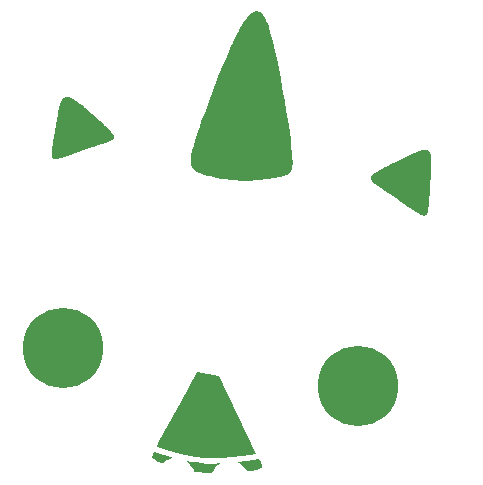
<source format=gts>
G04 Layer: TopSolderMaskLayer*
G04 EasyEDA v6.5.22, 2023-01-18 18:11:45*
G04 3f45770606e946e99412526f685ae31c,41bbaa2022c14ae6819927e2b53804d3,10*
G04 Gerber Generator version 0.2*
G04 Scale: 100 percent, Rotated: No, Reflected: No *
G04 Dimensions in millimeters *
G04 leading zeros omitted , absolute positions ,4 integer and 5 decimal *
%FSLAX45Y45*%
%MOMM*%

%ADD10C,6.8000*%
%ADD11C,1.0000*%
%ADD12C,1.2000*%
%ADD13C,1.5000*%

%LPD*%
G36*
X-4714951Y2271979D02*
G01*
X-4720793Y2271522D01*
X-4726381Y2270709D01*
X-4731867Y2269540D01*
X-4737150Y2268016D01*
X-4742281Y2266188D01*
X-4747260Y2264003D01*
X-4752086Y2261565D01*
X-4756759Y2258822D01*
X-4761331Y2255824D01*
X-4770018Y2249119D01*
X-4778248Y2241600D01*
X-4786020Y2233320D01*
X-4793437Y2224532D01*
X-4800447Y2215286D01*
X-4807204Y2205786D01*
X-4813655Y2196134D01*
X-4837633Y2158644D01*
X-4852924Y2130755D01*
X-4867808Y2102662D01*
X-4879441Y2080056D01*
X-4904841Y2028850D01*
X-4918506Y2000148D01*
X-4937150Y1959813D01*
X-4952796Y1925015D01*
X-4978044Y1866696D01*
X-5000193Y1813915D01*
X-5031282Y1737309D01*
X-5103672Y1554022D01*
X-5155844Y1413814D01*
X-5175148Y1361135D01*
X-5185613Y1331772D01*
X-5197906Y1296416D01*
X-5209844Y1261008D01*
X-5221325Y1225397D01*
X-5235752Y1177747D01*
X-5247487Y1135735D01*
X-5253736Y1111605D01*
X-5259628Y1087424D01*
X-5266486Y1056995D01*
X-5269636Y1045514D01*
X-5271871Y1033780D01*
X-5273192Y1021943D01*
X-5273548Y1010056D01*
X-5273395Y1004163D01*
X-5272989Y998321D01*
X-5271465Y986739D01*
X-5270296Y981100D01*
X-5267248Y970026D01*
X-5263184Y959459D01*
X-5260746Y954379D01*
X-5258054Y949452D01*
X-5255056Y944676D01*
X-5251856Y940104D01*
X-5248351Y935736D01*
X-5244592Y931570D01*
X-5240528Y927608D01*
X-5236210Y923899D01*
X-5231587Y920445D01*
X-5226710Y917244D01*
X-5221528Y914349D01*
X-5216042Y911707D01*
X-5210302Y909370D01*
X-5204256Y907389D01*
X-5197906Y905713D01*
X-5174742Y896823D01*
X-5151374Y888695D01*
X-5127752Y881227D01*
X-5103977Y874471D01*
X-5074005Y866952D01*
X-5061966Y864209D01*
X-5037785Y859231D01*
X-5013452Y854811D01*
X-4988966Y851001D01*
X-4970576Y848512D01*
X-4939792Y845007D01*
X-4915103Y842822D01*
X-4884166Y840740D01*
X-4859375Y839622D01*
X-4834534Y838962D01*
X-4809744Y838708D01*
X-4791151Y838809D01*
X-4766360Y839266D01*
X-4729276Y840689D01*
X-4686198Y843229D01*
X-4631436Y849376D01*
X-4607052Y852525D01*
X-4576622Y857097D01*
X-4558487Y860348D01*
X-4534509Y865327D01*
X-4522571Y868171D01*
X-4510735Y871270D01*
X-4499000Y874623D01*
X-4487316Y878281D01*
X-4469993Y884377D01*
X-4458614Y888847D01*
X-4447336Y893673D01*
X-4442663Y897483D01*
X-4438446Y901496D01*
X-4434535Y905713D01*
X-4431030Y910132D01*
X-4427829Y914653D01*
X-4424934Y919378D01*
X-4422394Y924204D01*
X-4420108Y929182D01*
X-4418076Y934313D01*
X-4416348Y939546D01*
X-4413605Y950264D01*
X-4412538Y955802D01*
X-4411065Y967079D01*
X-4410202Y978560D01*
X-4409948Y990244D01*
X-4410100Y1001979D01*
X-4411167Y1025398D01*
X-4412538Y1048308D01*
X-4413097Y1064717D01*
X-4420006Y1128217D01*
X-4427728Y1191615D01*
X-4435297Y1248613D01*
X-4442460Y1299210D01*
X-4451045Y1356055D01*
X-4462170Y1425397D01*
X-4477258Y1513586D01*
X-4488535Y1576425D01*
X-4500219Y1639265D01*
X-4520793Y1745894D01*
X-4545888Y1871116D01*
X-4559655Y1931974D01*
X-4570374Y1980895D01*
X-4580128Y2023668D01*
X-4586071Y2048002D01*
X-4590745Y2066188D01*
X-4600803Y2102307D01*
X-4606290Y2120239D01*
X-4614113Y2143912D01*
X-4622647Y2167382D01*
X-4631944Y2190546D01*
X-4636871Y2201976D01*
X-4644745Y2219045D01*
X-4650282Y2230272D01*
X-4653483Y2235657D01*
X-4656988Y2240889D01*
X-4660849Y2245918D01*
X-4665014Y2250744D01*
X-4669485Y2255164D01*
X-4674260Y2259228D01*
X-4679340Y2262835D01*
X-4684725Y2265984D01*
X-4690364Y2268474D01*
X-4696307Y2270404D01*
X-4702505Y2271572D01*
X-4709007Y2271979D01*
G37*
G36*
X-5218176Y-782320D02*
G01*
X-5357114Y-1033932D01*
X-5495645Y-1289456D01*
X-5548731Y-1386738D01*
X-5562142Y-1414983D01*
X-5449773Y-1450594D01*
X-5356098Y-1476349D01*
X-5236362Y-1501343D01*
X-5149748Y-1510995D01*
X-5083708Y-1512417D01*
X-5001412Y-1509420D01*
X-4934712Y-1504391D01*
X-4826050Y-1490319D01*
X-4716780Y-1474470D01*
X-4957114Y-972769D01*
X-5030673Y-814222D01*
G37*
G36*
X-4695799Y-1514703D02*
G01*
X-4743856Y-1523492D01*
X-4795824Y-1531264D01*
X-4882743Y-1543253D01*
X-4859578Y-1555242D01*
X-4836210Y-1572006D01*
X-4815281Y-1591614D01*
X-4800650Y-1607769D01*
X-4789373Y-1623009D01*
X-4751984Y-1617929D01*
X-4716576Y-1610461D01*
X-4695647Y-1604264D01*
X-4677613Y-1597710D01*
X-4668316Y-1592427D01*
X-4667656Y-1590852D01*
X-4667605Y-1589278D01*
X-4668520Y-1580438D01*
X-4673142Y-1567586D01*
X-4681118Y-1547469D01*
G37*
G36*
X-5584952Y-1455267D02*
G01*
X-5586730Y-1459382D01*
X-5595213Y-1482953D01*
X-5596839Y-1489354D01*
X-5598363Y-1497584D01*
X-5596432Y-1503121D01*
X-5594146Y-1507642D01*
X-5589219Y-1514398D01*
X-5580735Y-1521815D01*
X-5568594Y-1529588D01*
X-5545734Y-1541322D01*
X-5511546Y-1555292D01*
X-5499709Y-1545183D01*
X-5487365Y-1536039D01*
X-5477408Y-1529689D01*
X-5467959Y-1524254D01*
X-5452262Y-1516786D01*
X-5436514Y-1511147D01*
X-5422900Y-1507490D01*
X-5416905Y-1506220D01*
X-5500928Y-1482445D01*
G37*
G36*
X-5311546Y-1532026D02*
G01*
X-5303723Y-1537868D01*
X-5287213Y-1553260D01*
X-5277408Y-1564894D01*
X-5267452Y-1577390D01*
X-5256733Y-1595526D01*
X-5247843Y-1613865D01*
X-5244033Y-1625092D01*
X-5206847Y-1630730D01*
X-5154980Y-1637080D01*
X-5118455Y-1639468D01*
X-5092344Y-1640535D01*
X-5085334Y-1623110D01*
X-5076698Y-1608124D01*
X-5065268Y-1591614D01*
X-5054600Y-1578406D01*
X-5041138Y-1566722D01*
X-5030470Y-1558594D01*
X-5026914Y-1556308D01*
X-5073650Y-1557324D01*
X-5130800Y-1556816D01*
X-5176520Y-1553260D01*
X-5229860Y-1547164D01*
X-5256733Y-1542389D01*
G37*
D10*
G01*
X-3859992Y-900998D03*
G01*
X-6354986Y-580999D03*
G36*
X-6422644Y1020571D02*
G01*
X-6424930Y1020826D01*
X-6426708Y1021079D01*
X-6429756Y1021842D01*
X-6431280Y1022095D01*
X-6431310Y1022256D01*
X-6432326Y1022510D01*
X-6433088Y1022764D01*
X-6434104Y1023272D01*
X-6434866Y1023780D01*
X-6435882Y1024288D01*
X-6435852Y1024128D01*
X-6436868Y1024889D01*
X-6436956Y1024940D01*
X-6437972Y1025702D01*
X-6439242Y1026464D01*
X-6442036Y1029258D01*
X-6441948Y1029207D01*
X-6442964Y1030223D01*
X-6442910Y1030317D01*
X-6444942Y1033365D01*
X-6445450Y1034381D01*
X-6445504Y1034287D01*
X-6446266Y1035812D01*
X-6447282Y1038605D01*
X-6448298Y1042670D01*
X-6448806Y1044955D01*
X-6449060Y1046479D01*
X-6449568Y1049273D01*
X-6449568Y1050289D01*
X-6449822Y1053592D01*
X-6449822Y1054354D01*
X-6450076Y1057910D01*
X-6450076Y1062989D01*
X-6449822Y1067307D01*
X-6449822Y1067815D01*
X-6449568Y1072387D01*
X-6449568Y1072895D01*
X-6449314Y1077721D01*
X-6449314Y1077976D01*
X-6449060Y1083310D01*
X-6449060Y1083563D01*
X-6448552Y1089152D01*
X-6448552Y1089405D01*
X-6448044Y1095247D01*
X-6447790Y1095502D01*
X-6447282Y1101597D01*
X-6446520Y1107947D01*
X-6446520Y1108202D01*
X-6445758Y1114805D01*
X-6444996Y1121663D01*
X-6444742Y1121663D01*
X-6443980Y1128776D01*
X-6442964Y1135887D01*
X-6442964Y1136142D01*
X-6441948Y1143254D01*
X-6441948Y1143507D01*
X-6440932Y1150873D01*
X-6440678Y1150873D01*
X-6439662Y1158494D01*
X-6438392Y1166113D01*
X-6437376Y1173987D01*
X-6434836Y1189736D01*
X-6433312Y1197610D01*
X-6432042Y1205484D01*
X-6432042Y1205737D01*
X-6429502Y1221486D01*
X-6427978Y1229360D01*
X-6426708Y1237234D01*
X-6425184Y1245107D01*
X-6422644Y1260347D01*
X-6421120Y1267968D01*
X-6419850Y1275334D01*
X-6417310Y1289557D01*
X-6416040Y1296415D01*
X-6413500Y1309623D01*
X-6411468Y1321815D01*
X-6410198Y1327404D01*
X-6409436Y1332992D01*
X-6408420Y1338071D01*
X-6407150Y1344676D01*
X-6406134Y1351534D01*
X-6404864Y1358137D01*
X-6401816Y1378712D01*
X-6400546Y1385823D01*
X-6399530Y1392681D01*
X-6398514Y1399794D01*
X-6397498Y1406652D01*
X-6396228Y1413510D01*
X-6396228Y1413763D01*
X-6395212Y1420368D01*
X-6395212Y1420621D01*
X-6393942Y1427226D01*
X-6393942Y1427479D01*
X-6392672Y1434084D01*
X-6392672Y1434337D01*
X-6391402Y1440687D01*
X-6391402Y1440942D01*
X-6390132Y1447292D01*
X-6390132Y1447545D01*
X-6388862Y1453895D01*
X-6388608Y1454150D01*
X-6387338Y1460245D01*
X-6387338Y1460500D01*
X-6385814Y1466595D01*
X-6385560Y1466850D01*
X-6384036Y1472692D01*
X-6384036Y1473200D01*
X-6382512Y1478787D01*
X-6382258Y1479042D01*
X-6380734Y1484629D01*
X-6380480Y1485137D01*
X-6378702Y1490218D01*
X-6378448Y1490979D01*
X-6376670Y1495805D01*
X-6376416Y1496568D01*
X-6374384Y1501139D01*
X-6374130Y1501902D01*
X-6372098Y1506473D01*
X-6371590Y1507236D01*
X-6369558Y1511554D01*
X-6369050Y1512315D01*
X-6366764Y1516379D01*
X-6366002Y1517142D01*
X-6363716Y1520952D01*
X-6362954Y1521968D01*
X-6360414Y1525270D01*
X-6359398Y1526539D01*
X-6356858Y1529334D01*
X-6351524Y1534668D01*
X-6348476Y1536954D01*
X-6346698Y1537970D01*
X-6343650Y1540002D01*
X-6341872Y1541018D01*
X-6338570Y1542795D01*
X-6336284Y1543557D01*
X-6332982Y1544828D01*
X-6330442Y1545589D01*
X-6327394Y1546097D01*
X-6324854Y1546605D01*
X-6321552Y1546860D01*
X-6313932Y1546860D01*
X-6310122Y1546352D01*
X-6308598Y1546097D01*
X-6304534Y1545336D01*
X-6303264Y1545081D01*
X-6299200Y1544065D01*
X-6297930Y1543812D01*
X-6293612Y1542287D01*
X-6292596Y1542034D01*
X-6288278Y1540510D01*
X-6287516Y1540002D01*
X-6282690Y1538223D01*
X-6282182Y1537715D01*
X-6277356Y1535684D01*
X-6276848Y1535176D01*
X-6271768Y1532889D01*
X-6271260Y1532636D01*
X-6266434Y1529842D01*
X-6265926Y1529587D01*
X-6260846Y1526539D01*
X-6260338Y1526286D01*
X-6255258Y1523237D01*
X-6255004Y1522984D01*
X-6249670Y1519428D01*
X-6249416Y1519428D01*
X-6243828Y1515871D01*
X-6243574Y1515618D01*
X-6238240Y1511807D01*
X-6237986Y1511554D01*
X-6232398Y1507744D01*
X-6232144Y1507489D01*
X-6226556Y1503426D01*
X-6214872Y1494789D01*
X-6214872Y1494536D01*
X-6209030Y1490218D01*
X-6203188Y1485645D01*
X-6203188Y1485392D01*
X-6197346Y1480820D01*
X-6179820Y1466342D01*
X-6174232Y1461515D01*
X-6173978Y1461515D01*
X-6168390Y1456689D01*
X-6162548Y1451863D01*
X-6145784Y1437386D01*
X-6140450Y1432813D01*
X-6135116Y1427987D01*
X-6129782Y1423415D01*
X-6129782Y1423670D01*
X-6124702Y1419097D01*
X-6114796Y1410715D01*
X-6109970Y1406652D01*
X-6105398Y1402842D01*
X-6100826Y1398778D01*
X-6100572Y1398778D01*
X-6096000Y1394713D01*
X-6095746Y1394713D01*
X-6090920Y1390395D01*
X-6080760Y1381252D01*
X-6080506Y1381252D01*
X-6075426Y1376679D01*
X-6070092Y1371854D01*
X-6069838Y1371854D01*
X-6064504Y1367028D01*
X-6064504Y1366773D01*
X-6058916Y1361947D01*
X-6047740Y1351787D01*
X-6042152Y1346454D01*
X-6036564Y1341373D01*
X-6036310Y1341373D01*
X-6013958Y1320037D01*
X-6008624Y1314957D01*
X-6008370Y1314704D01*
X-6003036Y1309623D01*
X-5997702Y1304289D01*
X-5992368Y1299210D01*
X-5982208Y1289050D01*
X-5982208Y1288795D01*
X-5977128Y1283970D01*
X-5977128Y1283715D01*
X-5972556Y1278889D01*
X-5972302Y1278889D01*
X-5967730Y1274063D01*
X-5963412Y1269492D01*
X-5963158Y1269237D01*
X-5959094Y1264920D01*
X-5958840Y1264665D01*
X-5955030Y1260347D01*
X-5954776Y1260094D01*
X-5950966Y1256029D01*
X-5950966Y1255776D01*
X-5947410Y1251712D01*
X-5947156Y1251457D01*
X-5943854Y1247647D01*
X-5943600Y1247394D01*
X-5940552Y1243584D01*
X-5940298Y1243329D01*
X-5937504Y1239773D01*
X-5937250Y1239520D01*
X-5934710Y1236218D01*
X-5934456Y1235710D01*
X-5932170Y1232662D01*
X-5931916Y1232154D01*
X-5929884Y1229105D01*
X-5929376Y1228597D01*
X-5927852Y1225804D01*
X-5927344Y1224787D01*
X-5926074Y1222502D01*
X-5924296Y1218945D01*
X-5923534Y1216913D01*
X-5923026Y1214881D01*
X-5922264Y1211579D01*
X-5922264Y1210055D01*
X-5922170Y1210048D01*
X-5921916Y1209032D01*
X-5921916Y1206746D01*
X-5922170Y1205730D01*
X-5922170Y1204714D01*
X-5922264Y1204721D01*
X-5922264Y1203452D01*
X-5922355Y1203424D01*
X-5922863Y1200884D01*
X-5923117Y1199868D01*
X-5923625Y1198598D01*
X-5924133Y1197582D01*
X-5924296Y1197355D01*
X-5925058Y1195831D01*
X-5924905Y1195994D01*
X-5925413Y1195232D01*
X-5925667Y1194470D01*
X-5926683Y1192946D01*
X-5927191Y1192438D01*
X-5927090Y1192276D01*
X-5928360Y1190752D01*
X-5930392Y1188465D01*
X-5932170Y1186942D01*
X-5933694Y1185671D01*
X-5935726Y1183894D01*
X-5936996Y1182878D01*
X-5939536Y1181354D01*
X-5940552Y1180592D01*
X-5943600Y1178813D01*
X-5944362Y1178560D01*
X-5947918Y1176528D01*
X-5948426Y1176273D01*
X-5952236Y1174495D01*
X-5952744Y1174242D01*
X-5957062Y1172463D01*
X-5957316Y1172210D01*
X-5961888Y1170178D01*
X-5962396Y1170178D01*
X-5967222Y1168145D01*
X-5967476Y1168145D01*
X-5972556Y1166113D01*
X-5972810Y1166113D01*
X-5978398Y1164081D01*
X-5978652Y1163828D01*
X-5984240Y1161795D01*
X-5984494Y1161795D01*
X-5990590Y1159763D01*
X-5996940Y1157478D01*
X-5997194Y1157478D01*
X-6003544Y1155445D01*
X-6003798Y1155445D01*
X-6010402Y1153160D01*
X-6010656Y1153160D01*
X-6017514Y1150873D01*
X-6024626Y1148587D01*
X-6031992Y1146302D01*
X-6047232Y1141729D01*
X-6054852Y1139189D01*
X-6062726Y1136904D01*
X-6070600Y1134363D01*
X-6078474Y1132078D01*
X-6086348Y1129537D01*
X-6094476Y1126997D01*
X-6110224Y1121918D01*
X-6118352Y1119123D01*
X-6123178Y1117600D01*
X-6128512Y1115821D01*
X-6133846Y1113789D01*
X-6139688Y1112012D01*
X-6145530Y1109726D01*
X-6152215Y1128709D01*
X-6145530Y1109979D01*
X-6151626Y1107694D01*
X-6164326Y1103121D01*
X-6170930Y1100836D01*
X-6184646Y1095755D01*
X-6198870Y1090676D01*
X-6206236Y1087881D01*
X-6213348Y1085342D01*
X-6220714Y1082547D01*
X-6228334Y1080007D01*
X-6243066Y1074420D01*
X-6250686Y1071626D01*
X-6258306Y1069086D01*
X-6265672Y1066292D01*
X-6273292Y1063497D01*
X-6288024Y1058418D01*
X-6288024Y1058163D01*
X-6295390Y1055623D01*
X-6302502Y1053084D01*
X-6302756Y1053084D01*
X-6309868Y1050544D01*
X-6316726Y1048257D01*
X-6316980Y1048257D01*
X-6323838Y1045718D01*
X-6330696Y1043431D01*
X-6337300Y1041400D01*
X-6337554Y1041145D01*
X-6350254Y1037081D01*
X-6350508Y1037081D01*
X-6356604Y1035050D01*
X-6362700Y1033271D01*
X-6368542Y1031494D01*
X-6374130Y1029715D01*
X-6374384Y1029715D01*
X-6379464Y1028192D01*
X-6379718Y1028192D01*
X-6384798Y1026921D01*
X-6385052Y1026668D01*
X-6389878Y1025397D01*
X-6390132Y1025397D01*
X-6394704Y1024381D01*
X-6394958Y1024381D01*
X-6399276Y1023365D01*
X-6399530Y1023365D01*
X-6403594Y1022350D01*
X-6404102Y1022350D01*
X-6407658Y1021842D01*
X-6408166Y1021587D01*
X-6411468Y1021079D01*
X-6412230Y1021079D01*
X-6415278Y1020826D01*
X-6416294Y1020571D01*
G37*
G36*
X-3295609Y541723D02*
G01*
X-3295396Y541781D01*
X-3297428Y541781D01*
X-3300222Y542036D01*
X-3302508Y542544D01*
X-3304286Y543052D01*
X-3306826Y543560D01*
X-3308096Y544068D01*
X-3311144Y545084D01*
X-3312160Y545337D01*
X-3315462Y546862D01*
X-3315970Y547115D01*
X-3319780Y548639D01*
X-3320288Y548894D01*
X-3324098Y550671D01*
X-3324606Y550926D01*
X-3328670Y553212D01*
X-3329178Y553212D01*
X-3333496Y555752D01*
X-3334004Y555752D01*
X-3338576Y558545D01*
X-3338830Y558545D01*
X-3343910Y561339D01*
X-3343910Y561594D01*
X-3349244Y564642D01*
X-3354832Y567944D01*
X-3360420Y571500D01*
X-3360674Y571500D01*
X-3366262Y575055D01*
X-3366516Y575310D01*
X-3372358Y579120D01*
X-3372612Y579120D01*
X-3378454Y582929D01*
X-3378708Y582929D01*
X-3384804Y586994D01*
X-3385058Y587247D01*
X-3391154Y591312D01*
X-3391408Y591312D01*
X-3397758Y595629D01*
X-3404362Y600202D01*
X-3410966Y604520D01*
X-3417824Y609092D01*
X-3424428Y613918D01*
X-3431286Y618489D01*
X-3438144Y623315D01*
X-3444748Y627887D01*
X-3451606Y632713D01*
X-3458210Y637539D01*
X-3458464Y637539D01*
X-3465068Y642112D01*
X-3471672Y646937D01*
X-3478276Y651510D01*
X-3490976Y660654D01*
X-3497326Y664971D01*
X-3503422Y669544D01*
X-3509518Y673607D01*
X-3515106Y677926D01*
X-3520948Y681989D01*
X-3531616Y689610D01*
X-3536442Y693165D01*
X-3541268Y696468D01*
X-3545840Y699515D01*
X-3549904Y702563D01*
X-3553968Y705357D01*
X-3558540Y708660D01*
X-3563366Y711962D01*
X-3568446Y715263D01*
X-3579114Y722376D01*
X-3584956Y726186D01*
X-3590544Y729995D01*
X-3596386Y733805D01*
X-3602482Y737870D01*
X-3608578Y741679D01*
X-3620770Y749807D01*
X-3627120Y753871D01*
X-3633216Y757936D01*
X-3639566Y762000D01*
X-3657854Y774192D01*
X-3657854Y774445D01*
X-3663950Y778255D01*
X-3663950Y778510D01*
X-3670046Y782320D01*
X-3670046Y782573D01*
X-3675888Y786384D01*
X-3681476Y790447D01*
X-3681730Y790447D01*
X-3687064Y794257D01*
X-3687318Y794512D01*
X-3697986Y802131D01*
X-3703066Y805687D01*
X-3703066Y805942D01*
X-3707892Y809497D01*
X-3708146Y809497D01*
X-3712464Y813054D01*
X-3712718Y813307D01*
X-3717036Y816610D01*
X-3717290Y816863D01*
X-3721354Y820165D01*
X-3721608Y820420D01*
X-3725418Y823468D01*
X-3725672Y823721D01*
X-3728974Y826770D01*
X-3729482Y827278D01*
X-3732530Y830071D01*
X-3736340Y833881D01*
X-3738626Y836421D01*
X-3739388Y837184D01*
X-3741420Y839723D01*
X-3742436Y840739D01*
X-3743960Y843026D01*
X-3744976Y844804D01*
X-3746246Y846836D01*
X-3747262Y849121D01*
X-3748278Y851154D01*
X-3748285Y851214D01*
X-3748539Y851722D01*
X-3749047Y853246D01*
X-3749047Y854008D01*
X-3749301Y854770D01*
X-3749294Y854710D01*
X-3749802Y856487D01*
X-3749672Y856531D01*
X-3749926Y857801D01*
X-3749926Y859071D01*
X-3750180Y860341D01*
X-3750180Y861611D01*
X-3749926Y862881D01*
X-3750056Y862837D01*
X-3749802Y864362D01*
X-3749741Y864511D01*
X-3749741Y865781D01*
X-3749487Y866797D01*
X-3748979Y868067D01*
X-3748725Y869083D01*
X-3748217Y870099D01*
X-3748278Y870204D01*
X-3747516Y871981D01*
X-3747411Y871959D01*
X-3747157Y872721D01*
X-3746903Y873229D01*
X-3746395Y873991D01*
X-3746141Y874499D01*
X-3745633Y875261D01*
X-3745738Y875284D01*
X-3744214Y877315D01*
X-3742944Y879094D01*
X-3740912Y881379D01*
X-3739896Y882650D01*
X-3736594Y885952D01*
X-3733546Y888492D01*
X-3732784Y889000D01*
X-3729228Y892047D01*
X-3728720Y892302D01*
X-3724910Y895350D01*
X-3724402Y895604D01*
X-3720084Y898905D01*
X-3719576Y899160D01*
X-3715004Y902207D01*
X-3714496Y902462D01*
X-3709416Y906018D01*
X-3709162Y906018D01*
X-3703574Y909573D01*
X-3703320Y909828D01*
X-3697478Y913384D01*
X-3691128Y917194D01*
X-3684524Y921004D01*
X-3684524Y921257D01*
X-3677920Y925068D01*
X-3677666Y925068D01*
X-3670808Y929131D01*
X-3663696Y932942D01*
X-3663442Y933195D01*
X-3656330Y937005D01*
X-3656076Y937260D01*
X-3648710Y941323D01*
X-3625850Y953515D01*
X-3625596Y953515D01*
X-3617976Y957579D01*
X-3610102Y961644D01*
X-3602482Y965454D01*
X-3594862Y969518D01*
X-3579622Y977137D01*
X-3572256Y980694D01*
X-3565144Y984250D01*
X-3564890Y984250D01*
X-3558032Y987805D01*
X-3551174Y991107D01*
X-3544570Y994410D01*
X-3538220Y997457D01*
X-3532124Y1000505D01*
X-3526282Y1003045D01*
X-3520948Y1005839D01*
X-3515868Y1008126D01*
X-3511042Y1010412D01*
X-3506978Y1012189D01*
X-3506724Y1012189D01*
X-3502914Y1013968D01*
X-3499612Y1015492D01*
X-3499612Y1015745D01*
X-3496818Y1016762D01*
X-3496716Y1016904D01*
X-3496056Y1017015D01*
X-3493770Y1018286D01*
X-3490722Y1019810D01*
X-3490722Y1019555D01*
X-3486912Y1021587D01*
X-3486912Y1021334D01*
X-3482848Y1023620D01*
X-3482848Y1023365D01*
X-3478276Y1025652D01*
X-3473450Y1028192D01*
X-3468116Y1030731D01*
X-3462782Y1033526D01*
X-3456940Y1036320D01*
X-3444748Y1042415D01*
X-3444494Y1042415D01*
X-3438144Y1045718D01*
X-3431540Y1049020D01*
X-3424682Y1052068D01*
X-3424682Y1052321D01*
X-3417824Y1055370D01*
X-3417824Y1055623D01*
X-3410966Y1058926D01*
X-3410712Y1058926D01*
X-3403854Y1062228D01*
X-3403600Y1062228D01*
X-3396488Y1065276D01*
X-3396488Y1065529D01*
X-3389376Y1068578D01*
X-3389122Y1068831D01*
X-3382264Y1071879D01*
X-3382010Y1071879D01*
X-3374898Y1074928D01*
X-3374644Y1074928D01*
X-3367786Y1077976D01*
X-3367532Y1077976D01*
X-3360674Y1080770D01*
X-3360420Y1081023D01*
X-3353562Y1083563D01*
X-3353308Y1083563D01*
X-3346450Y1086104D01*
X-3346196Y1086357D01*
X-3339592Y1088644D01*
X-3339338Y1088644D01*
X-3332988Y1090929D01*
X-3332480Y1090929D01*
X-3326384Y1092962D01*
X-3325876Y1093215D01*
X-3319780Y1094739D01*
X-3319272Y1094994D01*
X-3313430Y1096518D01*
X-3312922Y1096518D01*
X-3307334Y1097787D01*
X-3306572Y1098042D01*
X-3301238Y1099057D01*
X-3300476Y1099057D01*
X-3295396Y1099820D01*
X-3294380Y1099820D01*
X-3289808Y1100073D01*
X-3288284Y1100328D01*
X-3283966Y1100328D01*
X-3282188Y1100073D01*
X-3278378Y1099820D01*
X-3276092Y1099565D01*
X-3272790Y1098804D01*
X-3269996Y1098042D01*
X-3266948Y1096771D01*
X-3266871Y1096853D01*
X-3266109Y1096599D01*
X-3265601Y1096345D01*
X-3264839Y1096091D01*
X-3264331Y1095583D01*
X-3263569Y1095329D01*
X-3263646Y1095247D01*
X-3261106Y1093723D01*
X-3260994Y1093825D01*
X-3260232Y1093317D01*
X-3259724Y1092809D01*
X-3258200Y1091793D01*
X-3257692Y1091285D01*
X-3257550Y1091437D01*
X-3255518Y1089405D01*
X-3255586Y1089362D01*
X-3255078Y1088854D01*
X-3254316Y1088346D01*
X-3253808Y1087584D01*
X-3253300Y1087076D01*
X-3253046Y1086568D01*
X-3252978Y1086357D01*
X-3251200Y1084071D01*
X-3249676Y1081786D01*
X-3248152Y1078737D01*
X-3247136Y1076960D01*
X-3245612Y1073404D01*
X-3245104Y1072134D01*
X-3243834Y1068070D01*
X-3243580Y1066800D01*
X-3242310Y1062481D01*
X-3242056Y1061465D01*
X-3241040Y1056639D01*
X-3240786Y1055878D01*
X-3240024Y1050544D01*
X-3239770Y1049781D01*
X-3239008Y1044194D01*
X-3239008Y1043431D01*
X-3238246Y1037336D01*
X-3238246Y1037081D01*
X-3237738Y1030478D01*
X-3237738Y1030223D01*
X-3237230Y1023365D01*
X-3237230Y1023112D01*
X-3236722Y1016254D01*
X-3236722Y1015745D01*
X-3236468Y1008634D01*
X-3236468Y1008379D01*
X-3236214Y1000760D01*
X-3236214Y976629D01*
X-3236468Y968502D01*
X-3236468Y960120D01*
X-3236722Y951992D01*
X-3236722Y951737D01*
X-3236976Y943610D01*
X-3236976Y943355D01*
X-3237484Y935228D01*
X-3237484Y934973D01*
X-3237738Y926845D01*
X-3238246Y918463D01*
X-3238500Y910336D01*
X-3239008Y902207D01*
X-3239516Y894334D01*
X-3240532Y879094D01*
X-3241040Y871728D01*
X-3241548Y864615D01*
X-3242056Y858012D01*
X-3242310Y851407D01*
X-3242818Y845312D01*
X-3243326Y839470D01*
X-3243580Y834136D01*
X-3243834Y829310D01*
X-3244088Y824737D01*
X-3244342Y820928D01*
X-3244596Y817371D01*
X-3244850Y811529D01*
X-3245104Y805434D01*
X-3245358Y799084D01*
X-3245866Y792226D01*
X-3246120Y785368D01*
X-3246628Y778255D01*
X-3246882Y770636D01*
X-3247390Y763270D01*
X-3247390Y763015D01*
X-3247898Y755395D01*
X-3248406Y747521D01*
X-3248660Y739394D01*
X-3249168Y731265D01*
X-3249422Y731265D01*
X-3250438Y715010D01*
X-3250438Y714755D01*
X-3251454Y698500D01*
X-3251454Y698245D01*
X-3252216Y690118D01*
X-3252724Y681989D01*
X-3252724Y681736D01*
X-3253486Y673862D01*
X-3253486Y673607D01*
X-3255010Y657860D01*
X-3255010Y657605D01*
X-3255518Y649986D01*
X-3256280Y642365D01*
X-3256280Y642112D01*
X-3257042Y634745D01*
X-3258058Y627379D01*
X-3258820Y620521D01*
X-3258820Y620268D01*
X-3259582Y613663D01*
X-3259582Y613410D01*
X-3260598Y607060D01*
X-3260598Y606805D01*
X-3261360Y600710D01*
X-3261360Y600455D01*
X-3262376Y594613D01*
X-3262376Y594360D01*
X-3263392Y589026D01*
X-3263392Y588771D01*
X-3264154Y583692D01*
X-3264408Y583184D01*
X-3265424Y578612D01*
X-3265424Y578104D01*
X-3266440Y573786D01*
X-3266440Y573278D01*
X-3267456Y569468D01*
X-3267710Y568705D01*
X-3268726Y565404D01*
X-3268980Y564387D01*
X-3270250Y561339D01*
X-3271774Y557529D01*
X-3272790Y555752D01*
X-3273806Y553720D01*
X-3273808Y553841D01*
X-3274316Y553333D01*
X-3274570Y552571D01*
X-3275586Y551555D01*
X-3275840Y551047D01*
X-3275838Y550926D01*
X-3277108Y549655D01*
X-3276942Y549767D01*
X-3278974Y547735D01*
X-3279990Y546973D01*
X-3281006Y545957D01*
X-3282276Y545449D01*
X-3282188Y545337D01*
X-3283458Y544576D01*
X-3283409Y544804D01*
X-3284679Y544042D01*
X-3285695Y543534D01*
X-3286965Y543026D01*
X-3289505Y542518D01*
X-3289554Y542544D01*
X-3291078Y542036D01*
X-3291037Y542231D01*
X-3292053Y541977D01*
X-3292815Y541977D01*
X-3293831Y541723D01*
G37*
D11*
G01*
X-5177025Y-921164D03*
D12*
G01*
X-4933231Y-1369207D03*
D13*
G01*
X-5318780Y-1254526D03*
G01*
X-5051539Y-1118687D03*
D11*
G01*
X-5156192Y-1393515D03*
M02*

</source>
